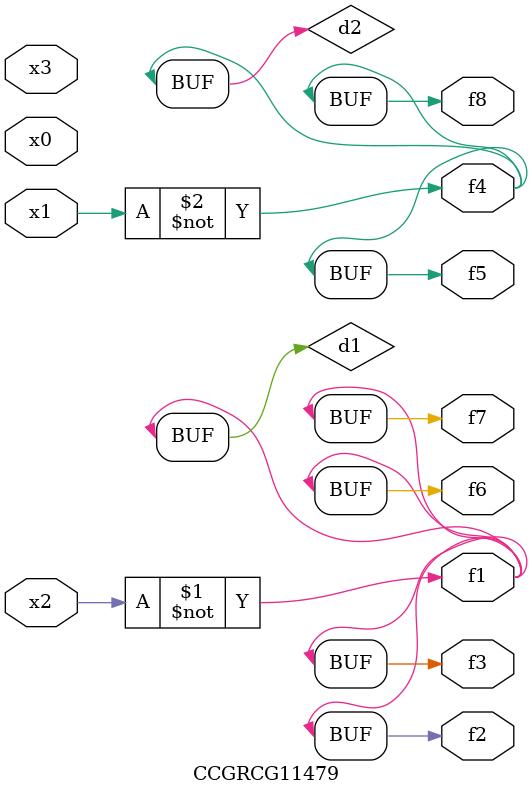
<source format=v>
module CCGRCG11479(
	input x0, x1, x2, x3,
	output f1, f2, f3, f4, f5, f6, f7, f8
);

	wire d1, d2;

	xnor (d1, x2);
	not (d2, x1);
	assign f1 = d1;
	assign f2 = d1;
	assign f3 = d1;
	assign f4 = d2;
	assign f5 = d2;
	assign f6 = d1;
	assign f7 = d1;
	assign f8 = d2;
endmodule

</source>
